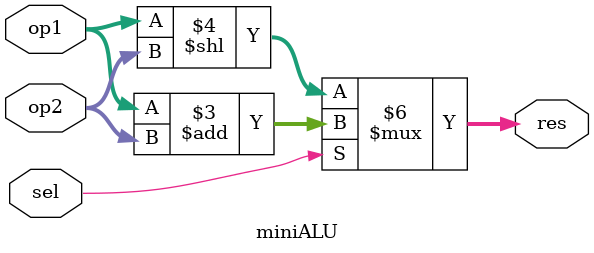
<source format=sv>
module miniALU(
	/* TODO: Ports go here (refer to lab spec) */
	input [3:0] op1,
	input [3:0] op2,
	input sel,
	output reg [19:0] res
);
	// The following block will contain the logic of your combinational circuit
	always_comb begin
		/* TODO: Depending on the value of your select bit, output the result of a different operation.
		 * Refer to the lab spec for details. 
		 */
		 if (sel == 1'b1)
			res = op1 + op2;
		 else
			res = op1 << op2;
	end
endmodule
</source>
